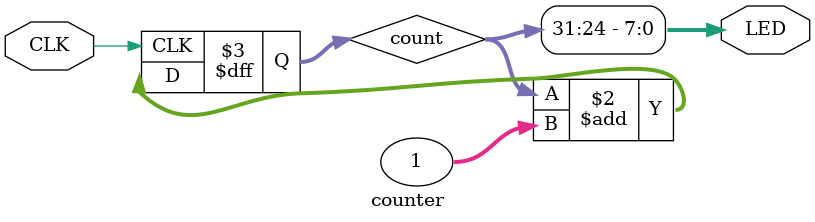
<source format=v>
module counter(input CLK, output [7:0] LED);
  reg [31:0] count;

  always @(posedge CLK) count <= count + 1;
  assign LED = count[31:24];
endmodule

</source>
